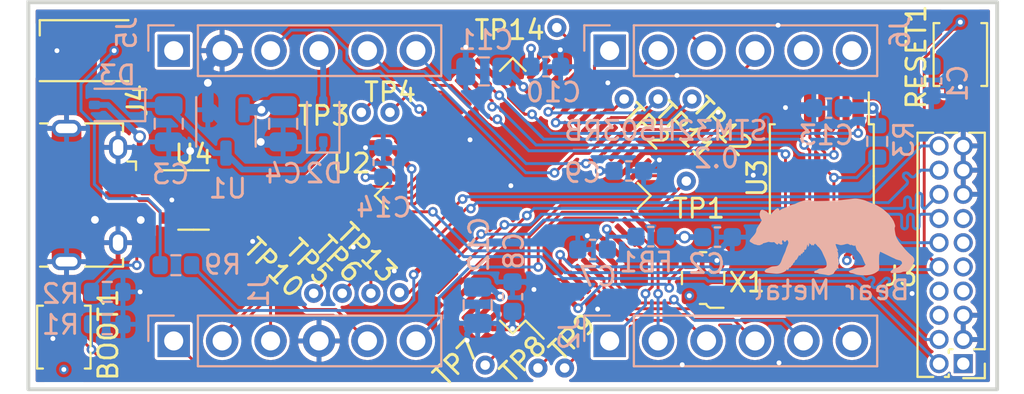
<source format=kicad_pcb>
(kicad_pcb (version 20221018) (generator pcbnew)
  (layers (0 "F.Cu" signal) (1 "In1.Cu" power) (2 "In2.Cu" power) (31 "B.Cu" signal) (34 "B.Paste" user) (36 "B.SilkS" user "B.Silkscreen") (37 "F.SilkS" user "F.Silkscreen") (38 "B.Mask" user) (39 "F.Mask" user) (44 "Edge.Cuts" user))
  (net 0 "")
  (net 1 "GND")
  (net 2 "/VDDA")
  (net 3 "+3.3V")
  (net 4 "/PA9_TXD")
  (net 5 "/PA10_RXD")
  (net 6 "/nRESET")
  (net 7 "Net-(D1-A)")
  (net 8 "Net-(C11-Pad1)")
  (net 9 "Net-(C12-Pad1)")
  (net 10 "/SWDIO")
  (net 11 "/SWCLK")
  (net 17 "/TRACECK")
  (net 19 "/TRACED0")
  (net 20 "/TRACED1")
  (net 21 "/TRACED2")
  (net 22 "/TRACED3")
  (net 23 "Net-(J4-ID)")
  (net 24 "/PC13")
  (net 25 "/SPI1_SCK")
  (net 26 "/SPI1_NSS")
  (net 27 "/SPI1_MISO")
  (net 28 "/SPI1_MOSI")
  (net 29 "/DAC_OUT1")
  (net 30 "/DAC_OUT2")
  (net 31 "/ADC_INP3")
  (net 32 "/OPAMP_VOUT")
  (net 33 "/ADC_INP4")
  (net 34 "/OPAMP_VINM")
  (net 35 "/OPAMP_VINP")
  (net 36 "/ADC_INP5")
  (net 37 "/PB2")
  (net 38 "/I3C2_SCL")
  (net 39 "/SPI2_NSS")
  (net 40 "/SPI2_SCK")
  (net 41 "/SPI2_MISO")
  (net 42 "/SPI2_MOSI")
  (net 43 "/PA15_RXD2")
  (net 44 "/PC10")
  (net 45 "/PB4_TXD2")
  (net 46 "/SW1")
  (net 47 "/I2C1_SCL")
  (net 48 "/I2C1_SDA")
  (net 49 "/NHOLD")
  (net 50 "/PC14")
  (net 51 "/PC15")
  (net 52 "/I2C2_SCL")
  (net 53 "/I2C2_SDA")
  (net 54 "/I3C2_SDA")
  (net 55 "/PA0")
  (net 56 "/PA1")
  (net 57 "/PA2")
  (net 58 "Net-(J4-D-)")
  (net 59 "Net-(J4-D+)")
  (net 60 "/PA3")
  (net 61 "/PA8")
  (net 62 "/USB_N")
  (net 63 "/USB_P")
  (net 64 "/LED")
  (net 65 "/VBUS")
  (net 66 "/5VIN")
  (net 67 "/VINunused")
  (net 68 "/PH1")
  (net 69 "/CLK_8")
  (net 70 "Net-(D2-K)")
  (footprint "BearMetal:TestPoint_THTPad_D1.0mm_Drill0.5mm_min" (layer "F.Cu") (at 83.5 51.5)
    (fp_text reference "TP3")
    (fp_text value "TestPoint" hide)
  )
  (footprint "Button_Switch_SMD:SW_SPST_B3U-1000P" (layer "F.Cu") (at 67.9 63.3 90)
    (fp_text reference "BOOT1")
    (fp_text value "SW_Push")
  )
  (footprint "Connector_PinHeader_1.27mm:PinHeader_2x10_P1.27mm_Vertical" (layer "F.Cu") (at 115.062 64.6938 180)
    (fp_text reference "J3")
    (fp_text value "Conn_02x10_Odd_Even")
  )
  (footprint "BearMetal:TestPoint_THTPad_D1.0mm_Drill0.5mm_min" (layer "F.Cu") (at 89.9922 64.77)
    (fp_text reference "TP7")
    (fp_text value "TestPoint" hide)
  )
  (footprint "BearMetal:TestPoint_THTPad_D1.0mm_Drill0.5mm_min" (layer "F.Cu") (at 93.75 47.05)
    (fp_text reference "TP14")
    (fp_text value "TestPoint" hide)
  )
  (footprint "Package_TO_SOT_SMD:SOT-23-6" (layer "F.Cu") (at 74.7 56.1)
    (fp_text reference "U4")
    (fp_text value "WE-TVS-82400102")
  )
  (footprint "BearMetal:TestPoint_THTPad_D1.0mm_Drill0.5mm_min" (layer "F.Cu") (at 94.1578 64.9224)
    (fp_text reference "TP9")
    (fp_text value "TestPoint" hide)
  )
  (footprint "Connector_USB:USB_Micro-B_Amphenol_10118194_Horizontal" (layer "F.Cu") (at 69.342 55.84 -90)
    (fp_text reference "J4")
    (fp_text value "USB_B_Micro" hide)
  )
  (footprint "BearMetal:TestPoint_THTPad_D1.0mm_Drill0.5mm_min" (layer "F.Cu") (at 84 61)
    (fp_text reference "TP6")
    (fp_text value "TestPoint" hide)
  )
  (footprint "Button_Switch_SMD:SW_SPST_B3U-1000P" (layer "F.Cu") (at 114.9096 48.4632 -90)
    (fp_text reference "RESET1")
    (fp_text value "SW_Push")
  )
  (footprint "Oscillator:Oscillator_SMD_ECS_2520MV-xxx-xx-4Pin_2.5x2.0mm" (layer "F.Cu") (at 101.42 60.2 180)
    (fp_text reference "X1")
    (fp_text value "ECS-2520MV-080-CN")
  )
  (footprint "BearMetal:TestPoint_THTPad_D1.0mm_Drill0.5mm_min" (layer "F.Cu") (at 100.838 50.8)
    (fp_text reference "TP11")
    (fp_text value "TestPoint" hide)
  )
  (footprint "Package_QFP:LQFP-64_10x10mm_P0.5mm" (layer "F.Cu") (at 91.44 55.88 135)
    (fp_text reference "U2")
    (fp_text value "STM32H503RBTx")
  )
  (footprint "BearMetal:TestPoint_THTPad_D1.0mm_Drill0.5mm_min" (layer "F.Cu") (at 82.5 61)
    (fp_text reference "TP5")
    (fp_text value "TestPoint" hide)
  )
  (footprint "BearMetal:TestPoint_THTPad_D1.0mm_Drill0.5mm_min" (layer "F.Cu") (at 92.7608 64.9224)
    (fp_text reference "TP8")
    (fp_text value "TestPoint" hide)
  )
  (footprint "Package_SO:SOIC-8_5.23x5.23mm_P1.27mm" (layer "F.Cu") (at 107.645 54.85 -90)
    (fp_text reference "U3")
    (fp_text value "W25Q128JVS")
  )
  (footprint "BearMetal:TestPoint_THTPad_D1.0mm_Drill0.5mm_min" (layer "F.Cu") (at 99.06 50.8)
    (fp_text reference "TP12")
    (fp_text value "TestPoint" hide)
  )
  (footprint "BearMetal:TestPoint_THTPad_D1.0mm_Drill0.5mm_min" (layer "F.Cu") (at 85 51.5)
    (fp_text reference "TP4")
    (fp_text value "TestPoint" hide)
  )
  (footprint "LED_SMD:LED_PLCC-2_3.4x3.0mm_KA" (layer "F.Cu") (at 69.0372 48.26)
    (fp_text reference "D1" hide)
    (fp_text value "LED")
  )
  (footprint "BearMetal:TestPoint_THTPad_D1.0mm_Drill0.5mm_min" (layer "F.Cu") (at 100.54 55.11)
    (fp_text reference "TP1")
    (fp_text value "TestPoint" hide)
  )
  (footprint "BearMetal:TestPoint_THTPad_D1.0mm_Drill0.5mm_min" (layer "F.Cu") (at 85.5 60.96)
    (fp_text reference "TP13")
    (fp_text value "TestPoint" hide)
  )
  (footprint "BearMetal:TestPoint_THTPad_D1.0mm_Drill0.5mm_min" (layer "F.Cu") (at 97.282 50.8)
    (fp_text reference "TP2")
    (fp_text value "TestPoint" hide)
  )
  (footprint "BearMetal:TestPoint_THTPad_D1.0mm_Drill0.5mm_min" (layer "F.Cu") (at 81 61)
    (fp_text reference "TP10")
    (fp_text value "TestPoint" hide)
  )
  (footprint "Capacitor_SMD:C_0603_1608Metric" (layer "B.Cu") (at 93.175 49.1)
    (fp_text reference "C10")
    (fp_text value ".1uf")
  )
  (footprint "Package_TO_SOT_SMD:SOT-23-3" (layer "B.Cu") (at 76.4 52.5 -90)
    (fp_text reference "U1")
    (fp_text value "XC6206P332MR")
  )
  (footprint "Capacitor_SMD:C_0603_1608Metric" (layer "B.Cu") (at 84.65 54.125 90)
    (fp_text reference "C14")
    (fp_text value ".1uf")
  )
  (footprint "Resistor_SMD:R_0603_1608Metric" (layer "B.Cu") (at 70.175 62.625)
    (fp_text reference "R1")
    (fp_text value "10K")
  )
  (footprint "Capacitor_SMD:C_0603_1608Metric" (layer "B.Cu") (at 113.4 49.85 -90)
    (fp_text reference "C1")
    (fp_text value ".1uf")
  )
  (footprint "Capacitor_SMD:C_0603_1608Metric" (layer "B.Cu") (at 97.525 54.575)
    (fp_text reference "C9")
    (fp_text value ".1uf")
  )
  (footprint "Resistor_SMD:R_0603_1608Metric" (layer "B.Cu") (at 70.175 60.925 180)
    (fp_text reference "R2")
    (fp_text value "10K")
  )
  (footprint "BearMetal:PinHeader_1x06_P2.54mm_Vertical__min" (layer "B.Cu") (at 73.66 63.5 -90)
    (fp_text reference "J1")
    (fp_text value "Conn_01x06_Pin")
  )
  (footprint "Capacitor_SMD:C_0603_1608Metric" (layer "B.Cu") (at 98.675 58.025 180)
    (fp_text reference "FB1")
    (fp_text value "~")
  )
  (footprint "BearMetal:PinHeader_1x06_P2.54mm_Vertical__min" (layer "B.Cu") (at 96.52 63.5 -90)
    (fp_text reference "J2")
    (fp_text value "Conn_01x06_Pin")
  )
  (footprint "Diode_SMD:D_SOD-323" (layer "B.Cu") (at 81.5 52 90)
    (fp_text reference "D2")
    (fp_text value "1N5819WS")
  )
  (footprint "BearMetal:BearMetalneg0.3" (layer "B.Cu") (at 108.157809 58.041404 180)
    (fp_text reference "G***" hide)
    (fp_text value "LOGO" hide)
  )
  (footprint "BearMetal:PinHeader_1x06_P2.54mm_Vertical__min" (layer "B.Cu") (at 96.52 48.26 -90)
    (fp_text reference "J6")
    (fp_text value "Conn_01x06_Pin")
  )
  (footprint "BearMetal:PinHeader_1x06_P2.54mm_Vertical__min" (layer "B.Cu") (at 73.66 48.26 -90)
    (fp_text reference "J5")
    (fp_text value "Conn_01x06_Pin")
  )
  (footprint "Capacitor_SMD:C_0805_2012Metric" (layer "B.Cu") (at 89.925 49.35 180)
    (fp_text reference "C11")
    (fp_text value "2.2uf")
  )
  (footprint "Resistor_SMD:R_0603_1608Metric" (layer "B.Cu") (at 73.775 59.525)
    (fp_text reference "R9")
    (fp_text value "150")
  )
  (footprint "Capacitor_SMD:C_0603_1608Metric" (layer "B.Cu") (at 91.425 61.175 90)
    (fp_text reference "C8")
    (fp_text value ".1uf")
  )
  (footprint "Capacitor_SMD:C_0603_1608Metric" (layer "B.Cu") (at 95.625 58.7 180)
    (fp_text reference "C7")
    (fp_text value ".1uf")
  )
  (footprint "Capacitor_SMD:C_0805_2012Metric" (layer "B.Cu") (at 89.6 61.625 -90)
    (fp_text reference "C12")
    (fp_text value "2.2uf")
  )
  (footprint "Capacitor_SMD:C_0805_2012Metric" (layer "B.Cu") (at 73.4 52.1 -90)
    (fp_text reference "C3")
    (fp_text value "1uf")
  )
  (footprint "Resistor_SMD:R_0603_1608Metric" (layer "B.Cu") (at 110.55 53.025 -90)
    (fp_text reference "R3")
    (fp_text value "10K")
  )
  (footprint "Capacitor_SMD:C_0805_2012Metric" (layer "B.Cu") (at 79.4 52.1 -90)
    (fp_text reference "C4")
    (fp_text value "1uf")
  )
  (footprint "Diode_SMD:D_SOD-323" (layer "B.Cu") (at 70.5575 51.11 180)
    (fp_text reference "D3")
    (fp_text value "1N5819WS")
  )
  (footprint "Capacitor_SMD:C_0603_1608Metric" (layer "B.Cu") (at 102.175 58.05)
    (fp_text reference "C2")
    (fp_text value ".1uf")
  )
  (footprint "Capacitor_SMD:C_0603_1608Metric" (layer "B.Cu") (at 108 51.275 180)
    (fp_text reference "C13")
    (fp_text value ".1uf")
  )
  (gr_rect (start 66.04 45.72) (end 116.84 66.04) (stroke (width 0.2)) (fill none) (layer "Edge.Cuts"))
  (gr_text "0.2" (at 103.4 54.5) (layer "B.SilkS") (effects (font (size 1 1)) (justify left bottom mirror)))
  (gr_text "STM32H503RB" (at 104.9 53.05) (layer "B.SilkS") (effects (font (size 1 1)) (justify left bottom mirror)))
  (gr_text "Bear Metal" (at 112.34 61.42) (layer "B.SilkS") (effects (font (size 1 1)) (justify left bottom mirror)))
  (segment (start 89.725266 62.190928) (end 89.151011 62.765183) (width 0.3048) (layer "F.Cu") (net 1))
  (segment (start 69.5298 57.14) (end 70.742 57.14) (width 0.3048) (layer "F.Cu") (net 1))
  (segment (start 95.35 57.975) (end 95.954424 57.975) (width 0.2032) (layer "F.Cu") (net 1))
  (segment (start 93.93337 48.790436) (end 93.154734 49.569072) (width 0.30226) (layer "F.Cu") (net 1))
  (segment (start 96.121173 58.141749) (end 96.176623 58.141749) (width 0.2032) (layer "F.Cu") (net 1))
  (segment (start 83.7184 53.3524) (end 84.316206 53.3524) (width 0.2794) (layer "F.Cu") (net 1))
  (segment (start 84.316206 53.3524) (end 85.129072 54.165266) (width 0.2794) (layer "F.Cu") (net 1))
  (segment (start 93.93337 48.215199) (end 93.93337 48.790436) (width 0.3048) (layer "F.Cu") (net 1))
  (segment (start 99.094848 54.000078) (end 98.698481 53.603711) (width 0.2794) (layer "F.Cu") (net 1))
  (segment (start 71.9328 57.15) (end 71.9228 57.14) (width 0.3048) (layer "F.Cu") (net 1))
  (segment (start 98.698481 53.603711) (end 98.312483 53.603711) (width 0.2794) (layer "F.Cu") (net 1))
  (segment (start 89.725266 62.190928) (end 89.18 62.736194) (width 0.30226) (layer "F.Cu") (net 1))
  (segment (start 71.9228 57.14) (end 70.742 57.14) (width 0.3048) (layer "F.Cu") (net 1))
  (segment (start 95.954424 57.975) (end 96.121173 58.141749) (width 0.2032) (layer "F.Cu") (net 1))
  (segment (start 89.05 62.866194) (end 89.05 63.475) (width 0.3048) (layer "F.Cu") (net 1))
  (segment (start 99.127218 54.000078) (end 99.094848 54.000078) (width 0.2794) (layer "F.Cu") (net 1))
  (segment (start 96.176623 58.141749) (end 96.690268 58.655394) (width 0.2032) (layer "F.Cu") (net 1))
  (segment (start 89.151011 62.765183) (end 89.05 62.866194) (width 0.3048) (layer "F.Cu") (net 1))
  (segment (start 68.042 52.34) (end 68.042 59.34) (width 0.6096) (layer "F.Cu") (net 1))
  (segment (start 98.312483 53.603711) (end 97.750928 54.165266) (width 0.2794) (layer "F.Cu") (net 1))
  (via (at 95.35 57.975) (size 0.508) (drill 0.254) (layers "F.Cu" "B.Cu") (net 1))
  (via (at 83.075 58.575) (size 0.508) (drill 0.254) (layers "F.Cu" "B.Cu") (net 1))
  (via (at 89.2 52.94) (size 0.508) (drill 0.254) (layers "F.Cu" "B.Cu") (net 1))
  (via (at 75.45 49.95) (size 0.7112) (drill 0.4064) (layers "F.Cu" "B.Cu") (net 1))
  (via (at 67.325 63.375) (size 0.508) (drill 0.254) (layers "F.Cu" "B.Cu") (net 1))
  (via (at 95.89 61.83) (size 0.508) (drill 0.254) (layers "F.Cu" "B.Cu") (net 1))
  (via (at 112.38 61.01) (size 0.508) (drill 0.254) (layers "F.Cu" "B.Cu") (net 1))
  (via (at 102.21 51.49) (size 0.508) (drill 0.254) (layers "F.Cu" "B.Cu") (net 1))
  (via (at 92.55 60.8) (size 0.508) (drill 0.254) (layers "F.Cu" "B.Cu") (net 1))
  (via (at 88.975 48.075) (size 0.508) (drill 0.254) (layers "F.Cu" "B.Cu") (net 1))
  (via (at 77.8 58.275) (size 0.508) (drill 0.254) (layers "F.Cu" "B.Cu") (net 1))
  (via (at 71.9328 57.15) (size 0.6604) (drill 0.4064) (layers "F.Cu" "B.Cu") (net 1))
  (via (at 104.05 54.8) (size 0.508) (drill 0.254) (layers "F.Cu" "B.Cu") (net 1))
  (via (at 89.05 63.475) (size 0.508) (drill 0.254) (layers "F.Cu" "B.Cu") (net 1))
  (via (at 67.5372 48.26) (size 0.508) (drill 0.254) (layers "F.Cu" "B.Cu") (net 1))
  (via (at 105.74 51.25) (size 0.508) (drill 0.254) (layers "F.Cu" "B.Cu") (net 1))
  (via (at 91.34 55.35) (size 0.508) (drill 0.254) (layers "F.Cu" "B.Cu") (net 1))
  (via (at 69.5298 57.14) (size 0.6604) (drill 0.4064) (layers "F.Cu" "B.Cu") (net 1))
  (via (at 83.7184 53.3524) (size 0.508) (drill 0.254) (layers "F.Cu" "B.Cu") (net 1))
  (via (at 71.9 60.925) (size 0.508) (drill 0.254) (layers "F.Cu" "B.Cu") (net 1))
  (via (at 102.145 59.275) (size 0.508) (drill 0.254) (layers "F.Cu" "B.Cu") (net 1))
  (via (at 93.93337 48.215199) (size 0.508) (drill 0.254) (layers "F.Cu" "B.Cu") (net 1))
  (via (at 99.127218 54.000078) (size 0.508) (drill 0.254) (layers "F.Cu" "B.Cu") (net 1))
  (via (at 100.325 64.75) (size 0.508) (drill 0.254) (layers "F.Cu" "B.Cu") (net 1))
  (via (at 105.35 46.925) (size 0.508) (drill 0.254) (layers "F.Cu" "B.Cu") (net 1))
  (via (at 100.05 49.56) (size 0.508) (drill 0.254) (layers "F.Cu" "B.Cu") (net 1))
  (via (at 85.225 59.825) (size 0.508) (drill 0.254) (layers "F.Cu" "B.Cu") (net 1))
  (via (at 114.9096 50.1632) (size 0.508) (drill 0.254) (layers "F.Cu" "B.Cu") (net 1))
  (via (at 78.225 53.05) (size 0.7112) (drill 0.4064) (layers "F.Cu" "B.Cu") (net 1))
  (via (at 96.425 49.95) (size 0.508) (drill 0.254) (layers "F.Cu" "B.Cu") (net 1))
  (via (at 74.525 53.525) (size 0.6604) (drill 0.4064) (layers "F.Cu" "B.Cu") (net 1))
  (via (at 73.5625 56.1) (size 0.508) (drill 0.254) (layers "F.Cu" "B.Cu") (net 1))
  (via (at 105.4 64.65) (size 0.508) (drill 0.254) (layers "F.Cu" "B.Cu") (net 1))
  (segment (start 105.765 51.275) (end 105.74 51.25) (width 0.3048) (layer "B.Cu") (net 1))
  (segment (start 89.05 63.125) (end 89.6 62.575) (width 0.3048) (layer "B.Cu") (net 1))
  (segment (start 113.4 50.625) (end 113.8618 50.1632) (width 0.152451) (layer "B.Cu") (net 1))
  (segment (start 99.127218 54.000078) (end 98.552296 54.575) (width 0.2794) (layer "B.Cu") (net 1))
  (segment (start 78.225 53.05) (end 79.4 53.05) (width 0.6096) (layer "B.Cu") (net 1))
  (segment (start 77.35 53.05) (end 75.6625 51.3625) (width 0.6096) (layer "B.Cu") (net 1))
  (segment (start 71 60.925) (end 71.9 60.925) (width 0.152451) (layer "B.Cu") (net 1))
  (segment (start 107.225 51.275) (end 105.765 51.275) (width 0.6096) (layer "B.Cu") (net 1))
  (segment (start 89.05 63.475) (end 89.05 63.125) (width 0.3048) (layer "B.Cu") (net 1))
  (segment (start 83.7184 53.3524) (end 84.6476 53.3524) (width 0.2794) (layer "B.Cu") (net 1))
  (segment (start 92.15 60.4) (end 91.425 60.4) (width 0.3048) (layer "B.Cu") (net 1))
  (segment (start 113.8618 50.1632) (end 114.9096 50.1632) (width 0.152451) (layer "B.Cu") (net 1))
  (segment (start 102.145 59.275) (end 102.145 58.855) (width 0.3048) (layer "B.Cu") (net 1))
  (segment (start 75.45 49.01) (end 76.2 48.26) (width 0.6096) (layer "B.Cu") (net 1))
  (segment (start 88.975 49.35) (end 88.975 48.075) (width 0.3048) (layer "B.Cu") (net 1))
  (segment (start 98.552296 54.575) (end 98.3 54.575) (width 0.2794) (layer "B.Cu") (net 1))
  (segment (start 93.95 48.231829) (end 93.93337 48.215199) (width 0.3048) (layer "B.Cu") (net 1))
  (segment (start 95.35 58.2) (end 94.85 58.7) (width 0.2032) (layer "B.Cu") (net 1))
  (segment (start 75.45 49.95) (end 75.45 49.01) (width 0.6096) (layer "B.Cu") (net 1))
  (segment (start 84.6476 53.3524) (end 84.65 53.35) (width 0.2794) (layer "B.Cu") (net 1))
  (segment (start 74.05 53.05) (end 73.4 53.05) (width 0.6096) (layer "B.Cu") (net 1))
  (segment (start 74.525 53.525) (end 74.05 53.05) (width 0.6096) (layer "B.Cu") (net 1))
  (segment (start 92.55 60.8) (end 92.15 60.4) (width 0.3048) (layer "B.Cu") (net 1))
  (segment (start 93.95 49.1) (end 93.95 48.231829) (width 0.3048) (layer "B.Cu") (net 1))
  (segment (start 75.45 49.95) (end 75.45 51.3625) (width 0.6096) (layer "B.Cu") (net 1))
  (segment (start 102.145 58.855) (end 102.95 58.05) (width 0.3048) (layer "B.Cu") (net 1))
  (segment (start 78.225 53.05) (end 77.35 53.05) (width 0.6096) (layer "B.Cu") (net 1))
  (segment (start 95.35 57.975) (end 95.35 58.2) (width 0.2032) (layer "B.Cu") (net 1))
  (segment (start 75.6625 51.3625) (end 75.45 51.3625) (width 0.6096) (layer "B.Cu") (net 1))
  (segment (start 71 62.625) (end 71 60.925) (width 0.152451) (layer "B.Cu") (net 1))
  (segment (start 96.375229 57.633249) (end 97.043821 58.301841) (width 0.2032) (layer "F.Cu") (net 2))
  (segment (start 96.371314 57.633249) (end 96.375229 57.633249) (width 0.2032) (layer "F.Cu") (net 2))
  (via (at 96.371314 57.633249) (size 0.508) (drill 0.254) (layers "F.Cu" "B.Cu") (net 2))
  (segment (start 96.371314 57.633249) (end 96.4 57.661935) (width 0.2032) (layer "B.Cu") (net 2))
  (segment (start 96.4 57.661935) (end 96.4 58.7) (width 0.2032) (layer "B.Cu") (net 2))
  (segment (start 96.4 58.025) (end 97.9 58.025) (width 0.2032) (layer "B.Cu") (net 2))
  (segment (start 84.391938 54.9024) (end 83.7184 54.9024) (width 0.2794) (layer "F.Cu") (net 3))
  (segment (start 90.078819 62.544481) (end 90.386338 62.852) (width 0.2794) (layer "F.Cu") (net 3))
  (segment (start 90.386338 62.852) (end 92.493662 62.852) (width 0.2794) (layer "F.Cu") (net 3))
  (segment (start 96.6442 54.575) (end 97.397375 53.821825) (width 0.2794) (layer "F.Cu") (net 3))
  (segment (start 102.145 61.125) (end 100.695 61.125) (width 0.152451) (layer "F.Cu") (net 3))
  (segment (start 108.95747 59.04253) (end 109.55 58.45) (width 0.3048) (layer "F.Cu") (net 3))
  (segment (start 92.493662 62.852) (end 92.801181 62.544481) (width 0.2794) (layer "F.Cu") (net 3))
  (segment (start 84.775519 54.518819) (end 84.391938 54.9024) (width 0.2794) (layer "F.Cu") (net 3))
  (segment (start 92.4 48.15) (end 92.4 48.814338) (width 0.3048) (layer "F.Cu") (net 3))
  (segment (start 92.4 48.814338) (end 92.801181 49.215519) (width 0.3048) (layer "F.Cu") (net 3))
  (segment (start 96 54.575) (end 96.6442 54.575) (width 0.2794) (layer "F.Cu") (net 3))
  (segment (start 108.95747 59.2755) (end 108.95747 59.04253) (width 0.3048) (layer "F.Cu") (net 3))
  (via (at 83.7184 54.9024) (size 0.508) (drill 0.254) (layers "F.Cu" "B.Cu") (net 3))
  (via (at 91.425 62.852) (size 0.508) (drill 0.254) (layers "F.Cu" "B.Cu") (net 3))
  (via (at 100.695 61.125) (size 0.508) (drill 0.254) (layers "F.Cu" "B.Cu") (net 3))
  (via (at 78.2625 51.3625) (size 0.7112) (drill 0.4064) (layers "F.Cu" "B.Cu") (net 3))
  (via (at 108.95747 59.2755) (size 0.508) (drill 0.254) (layers "F.Cu" "B.Cu") (net 3))
  (via (at 96 54.575) (size 0.508) (drill 0.254) (layers "F.Cu" "B.Cu") (net 3))
  (via (at 67.9 65) (size 0.508) (drill 0.254) (layers "F.Cu" "B.Cu") (net 3))
  (via (at 110.325 51.275) (size 0.508) (drill 0.254) (layers "F.Cu" "B.Cu") (net 3))
  (via (at 92.4 48.15) (size 0.508) (drill 0.254) (layers "F.Cu" "B.Cu") (net 3))
  (via (at 100.45 58.05) (size 0.6604) (drill 0.4064) (layers "F.Cu" "B.Cu") (net 3))
  (segment (start 100.45 58.05) (end 99.475 58.05) (width 0.3048) (layer "B.Cu") (net 3))
  (segment (start 100.45 58.05) (end 101.4 58.05) (width 0.3048) (layer "B.Cu") (net 3))
  (segment (start 96 54.575) (end 96.75 54.575) (width 0.2794) (layer "B.Cu") (net 3))
  (segment (start 110.55 52.2) (end 110.55 51.5) (width 0.152425) (layer "B.Cu") (net 3))
  (segment (start 78.2625 51.3625) (end 77.35 51.3625) (width 0.6096) (layer "B.Cu") (net 3))
  (segment (start 84.6476 54.9024) (end 84.65 54.9) (width 0.2794) (layer "B.Cu") (net 3))
  (segment (start 78.475 51.15) (end 79.4 51.15) (width 0.6096) (layer "B.Cu") (net 3))
  (segment (start 92.4 49.1) (end 92.4 48.15) (width 0.3048) (layer "B.Cu") (net 3))
  (segment (start 108.775 51.275) (end 110.325 51.275) (width 0.6096) (layer "B.Cu") (net 3))
  (segment (start 83.7184 54.9024) (end 84.6476 54.9024) (width 0.2794) (layer "B.Cu") (net 3))
  (segment (start 78.2625 51.3625) (end 78.475 51.15) (width 0.6096) (layer "B.Cu") (net 3))
  (segment (start 110.55 51.5) (end 110.325 51.275) (width 0.152425) (layer "B.Cu") (net 3))
  (segment (start 91.425 62.852) (end 91.425 61.95) (width 0.3048) (layer "B.Cu") (net 3))
  (segment (start 76.81 64.69) (end 74.85 64.69) (width 0.152451) (layer "F.Cu") (net 4))
  (segment (start 86.025894 55.690298) (end 84.147454 55.690298) (width 0.152451) (layer "F.Cu") (net 4))
  (segment (start 86.896839 52.397499) (end 87.394919 52.895579) (width 0.152451) (layer "F.Cu") (net 4))
  (segment (start 74.85 64.69) (end 73.66 63.5) (width 0.152451) (layer "F.Cu") (net 4))
  (segment (start 87.394919 52.895579) (end 87.394919 54.321273) (width 0.152451) (layer "F.Cu") (net 4))
  (segment (start 87.394919 54.321273) (end 86.025894 55.690298) (width 0.152451) (layer "F.Cu") (net 4))
  (segment (start 84.147454 55.690298) (end 77.51 62.327752) (width 0.152451) (layer "F.Cu") (net 4))
  (segment (start 77.51 62.327752) (end 77.51 63.99) (width 0.152451) (layer "F.Cu") (net 4))
  (segment (start 77.51 63.99) (end 76.81 64.69) (width 0.152451) (layer "F.Cu") (net 4))
  (segment (start 85.899621 55.385447) (end 84.02118 55.385448) (width 0.152451) (layer "F.Cu") (net 5))
  (segment (start 87.041365 53.249131) (end 87.041365 54.243703) (width 0.152451) (layer "F.Cu") (net 5))
  (segment (start 84.02118 55.385448) (end 76.26312 63.143508) (width 0.152451) (layer "F.Cu") (net 5))
  (segment (start 87.041365 54.243703) (end 85.899621 55.385447) (width 0.152451) (layer "F.Cu") (net 5))
  (segment (start 86.543286 52.751052) (end 87.041365 53.249131) (width 0.152451) (layer "F.Cu") (net 5))
  (segment (start 93.924646 59.425306) (end 94.922501 60.423161) (width 0.152451) (layer "F.Cu") (net 6))
  (segment (start 93.924646 58.975353) (end 93.924646 59.425306) (width 0.152451) (layer "F.Cu") (net 6))
  (segment (start 113.015775 58.837575) (end 113.792 59.6138) (width 0.152451) (layer "F.Cu") (net 6))
  (segment (start 113.015775 48.657025) (end 113.015775 58.837575) (width 0.152451) (layer "F.Cu") (net 6))
  (segment (start 114.9096 46.7632) (end 113.015775 48.657025) (width 0.152451) (layer "F.Cu") (net 6))
  (via (at 93.924646 58.975353) (size 0.508) (drill 0.254) (layers "F.Cu" "B.Cu") (net 6))
  (via (at 114.9096 46.7632) (size 0.508) (drill 0.254) (layers "F.Cu" "B.Cu") (net 6))
  (segment (start 101.797912 59.610447) (end 101.94509 59.757625) (width 0.152451) (layer "B.Cu") (net 6))
  (segment (start 101.94509 59.757625) (end 109.595341 59.757625) (width 0.152451) (layer "B.Cu") (net 6))
  (segment (start 109.595341 59.757625) (end 109.59595 59.757016) (width 0.152451) (layer "B.Cu") (net 6))
  (segment (start 113.4 48.2) (end 113.4 49.075) (width 0.152451) (layer "B.Cu") (net 6))
  (segment (start 109.59595 59.757016) (end 113.648784 59.757016) (width 0.152451) (layer "B.Cu") (net 6))
  (segment (start 94.55974 59.610447) (end 101.797912 59.610447) (width 0.152451) (layer "B.Cu") (net 6))
  (segment (start 93.924646 58.975353) (end 94.55974 59.610447) (width 0.152451) (layer "B.Cu") (net 6))
  (segment (start 114.8368 46.7632) (end 113.4 48.2) (width 0.152451) (layer "B.Cu") (net 6))
  (segment (start 113.648784 59.757016) (end 113.792 59.6138) (width 0.152451) (layer "B.Cu") (net 6))
  (segment (start 114.9096 46.7632) (end 114.8368 46.7632) (width 0.152451) (layer "B.Cu") (net 6))
  (via (at 70.5372 48.26) (size 0.508) (drill 0.254) (layers "F.Cu" "B.Cu") (net 7))
  (segment (start 70.25 56.025) (end 69.5 55.275) (width 0.152451) (layer "B.Cu") (net 7))
  (segment (start 69.5 55.275) (end 69.5 52.115) (width 0.152451) (layer "B.Cu") (net 7))
  (segment (start 69.5 52.115) (end 68.8 51.415) (width 0.152451) (layer "B.Cu") (net 7))
  (segment (start 72.95 56.675) (end 72.3 56.025) (width 0.152451) (layer "B.Cu") (net 7))
  (segment (start 72.95 59.525) (end 72.95 56.675) (width 0.152451) (layer "B.Cu") (net 7))
  (segment (start 68.8 51.415) (end 68.8 49.9972) (width 0.152451) (layer "B.Cu") (net 7))
  (segment (start 68.8 49.9972) (end 70.5372 48.26) (width 0.152451) (layer "B.Cu") (net 7))
  (segment (start 72.3 56.025) (end 70.25 56.025) (width 0.152451) (layer "B.Cu") (net 7))
  (segment (start 92.330824 50.49561) (end 92.935302 50.49561) (width 0.30226) (layer "F.Cu") (net 8))
  (segment (start 91.993196 50.157982) (end 92.330824 50.49561) (width 0.30226) (layer "F.Cu") (net 8))
  (segment (start 92.935302 50.49561) (end 93.508287 49.922625) (width 0.30226) (layer "F.Cu") (net 8))
  (via (at 91.993196 50.157982) (size 0.508) (drill 0.254) (layers "F.Cu" "B.Cu") (net 8))
  (segment (start 91.185214 49.35) (end 90.875 49.35) (width 0.3048) (layer "B.Cu") (net 8))
  (segment (start 91.993196 50.157982) (end 91.185214 49.35) (width 0.3048) (layer "B.Cu") (net 8))
  (segment (start 90.034088 61.175) (end 90.775 61.175) (width 0.3048) (layer "F.Cu") (net 9))
  (segment (start 89.371713 61.837375) (end 90.034088 61.175) (width 0.30226) (layer "F.Cu") (net 9))
  (via (at 90.775 61.175) (size 0.508) (drill 0.254) (layers "F.Cu" "B.Cu") (net 9))
  (segment (start 90.775 61.175) (end 90.275 60.675) (width 0.3048) (layer "B.Cu") (net 9))
  (segment (start 90.275 60.675) (end 89.6 60.675) (width 0.3048) (layer "B.Cu") (net 9))
  (segment (start 86.136722 54.46581) (end 85.482625 53.811713) (width 0.152451) (layer "F.Cu") (net 10))
  (segment (start 86.136723 54.46581) (end 86.136722 54.46581) (width 0.152451) (layer "F.Cu") (net 10))
  (via (at 86.136723 54.46581) (size 0.508) (drill 0.254) (layers "F.Cu" "B.Cu") (net 10))
  (segment (start 92.911192 59.074851) (end 88.874851 59.074851) (width 0.152451) (layer "B.Cu") (net 10))
  (segment (start 101.692544 60.367327) (end 101.545366 60.220149) (width 0.152451) (layer "B.Cu") (net 10))
  (segment (start 88.874851 59.074851) (end 86.136723 56.336723) (width 0.152451) (layer "B.Cu") (net 10))
  (segment (start 86.136723 56.336723) (end 86.136723 54.46581) (width 0.152451) (layer "B.Cu") (net 10))
  (segment (start 101.545366 60.220149) (end 94.05649 60.220149) (width 0.152451) (layer "B.Cu") (net 10))
  (segment (start 109.465527 60.367327) (end 101.692544 60.367327) (width 0.152451) (layer "B.Cu") (net 10))
  (segment (start 113.792 64.6938) (end 109.465527 60.367327) (width 0.152451) (layer "B.Cu") (net 10))
  (segment (start 94.05649 60.220149) (end 92.911192 59.074851) (width 0.152451) (layer "B.Cu") (net 10))
  (segment (start 85.2967 56.72) (end 84.775519 57.241181) (width 0.152451) (layer "F.Cu") (net 11))
  (segment (start 87.25 56.72) (end 85.2967 56.72) (width 0.152451) (layer "F.Cu") (net 11))
  (via (at 87.25 56.72) (size 0.508) (drill 0.254) (layers "F.Cu" "B.Cu") (net 11))
  (segment (start 101.818817 60.062476) (end 109.722476 60.062476) (width 0.152451) (layer "B.Cu") (net 11))
  (segment (start 110.101424 60.225) (end 110.101425 60.224999) (width 0.15367) (layer "B.Cu") (net 11))
  (segment (start 111.160865 60.464104) (end 111.160864 60.464105) (width 0.15367) (layer "B.Cu") (net 11))
  (segment (start 101.671639 59.915298) (end 101.818817 60.062476) (width 0.152451) (layer "B.Cu") (net 11))
  (segment (start 110.944441 60.24768) (end 110.534272 60.657848) (width 0.15367) (layer "B.Cu") (net 11))
  (segment (start 89.3 58.77) (end 93.037465 58.77) (width 0.152451) (layer "B.Cu") (net 11))
  (segment (start 110.317847 60.441423) (end 110.339075 60.420198) (width 0.15367) (layer "B.Cu") (net 11))
  (segment (start 110.534272 60.657848) (end 110.534273 60.657847) (width 0.15367) (layer "B.Cu") (net 11))
  (segment (start 94.182763 59.915298) (end 101.671639 59.915298) (width 0.152451) (layer "B.Cu") (net 11))
  (segment (start 113.0838 63.4238) (end 113.792 63.4238) (width 0.152451) (layer "B.Cu") (net 11))
  (segment (start 110.317848 60.657848) (end 110.317847 60.657847) (width 0.15367) (layer "B.Cu") (net 11))
  (segment (start 87.25 56.72) (end 89.3 58.77) (width 0.152451) (layer "B.Cu") (net 11))
  (segment (start 110.122651 60.203774) (end 110.101424 60.225) (width 0.15367) (layer "B.Cu") (net 11))
  (segment (start 110.750695 60.874271) (end 111.160865 60.464104) (width 0.15367) (layer "B.Cu") (net 11))
  (segment (start 93.037465 58.77) (end 94.182763 59.915298) (width 0.152451) (layer "B.Cu") (net 11))
  (segment (start 110.339075 60.420198) (end 110.339074 60.420199) (width 0.15367) (layer "B.Cu") (net 11))
  (segment (start 113.0838 63.4238) (end 110.750695 61.090695) (width 0.15367) (layer "B.Cu") (net 11))
  (segment (start 109.885 60.225) (end 109.722476 60.062476) (width 0.15367) (layer "B.Cu") (net 11))
  (arc (start 110.101425 60.224999) (mid 109.993213 60.269823) (end 109.885 60.225) (width 0.15367) (layer "B.Cu") (net 11))
  (arc (start 111.160864 60.464105) (mid 111.205688 60.355893) (end 111.160865 60.24768) (width 0.15367) (layer "B.Cu") (net 11))
  (arc (start 110.317847 60.657847) (mid 110.273025 60.549636) (end 110.317847 60.441423) (width 0.15367) (layer "B.Cu") (net 11))
  (arc (start 110.339075 60.203774) (mid 110.230862 60.15895) (end 110.122651 60.203774) (width 0.15367) (layer "B.Cu") (net 11))
  (arc (start 110.750695 61.090695) (mid 110.705873 60.982484) (end 110.750695 60.874271) (width 0.15367) (layer "B.Cu") (net 11))
  (arc (start 110.534273 60.657847) (mid 110.426061 60.702671) (end 110.317848 60.657848) (width 0.15367) (layer "B.Cu") (net 11))
  (arc (start 110.339074 60.420199) (mid 110.383898 60.311987) (end 110.339075 60.203774) (width 0.15367) (layer "B.Cu") (net 11))
  (arc (start 111.160865 60.24768) (mid 111.052652 60.202856) (end 110.944441 60.24768) (width 0.15367) (layer "B.Cu") (net 11))
  (segment (start 89.781777 57.891777) (end 87.603946 60.069608) (width 0.152451) (layer "F.Cu") (net 17))
  (via (at 89.781777 57.891777) (size 0.508) (drill 0.254) (layers "F.Cu" "B.Cu") (net 17))
  (segment (start 92.321261 57.891777) (end 93.061914 57.151124) (width 0.152451) (layer "B.Cu") (net 17))
  (segment (start 110.525554 58.07113) (end 110.915561 57.681122) (width 0.152451) (layer "B.Cu") (net 17))
  (segment (start 93.061914 57.151124) (end 110.601124 57.151124) (width 0.152451) (layer "B.Cu") (net 17))
  (segment (start 110.915561 57.681122) (end 111.132255 57.464424) (width 0.152451) (layer "B.Cu") (net 17))
  (segment (start 111.347819 57.679988) (end 111.346683 57.681121) (width 0.152451) (layer "B.Cu") (net 17))
  (segment (start 111.7938 58.3438) (end 113.792 58.3438) (width 0.152451) (layer "B.Cu") (net 17))
  (segment (start 110.699999 57.465561) (end 110.7 57.465561) (width 0.152451) (layer "B.Cu") (net 17))
  (segment (start 110.601124 57.151124) (end 110.7 57.25) (width 0.152451) (layer "B.Cu") (net 17))
  (segment (start 111.346683 57.896683) (end 111.7938 58.3438) (width 0.152451) (layer "B.Cu") (net 17))
  (segment (start 111.346682 57.896682) (end 111.346683 57.896683) (width 0.152451) (layer "B.Cu") (net 17))
  (segment (start 89.781777 57.891777) (end 92.321261 57.891777) (width 0.152451) (layer "B.Cu") (net 17))
  (segment (start 110.7 57.465561) (end 110.309992 57.855568) (width 0.152451) (layer "B.Cu") (net 17))
  (arc (start 111.347819 57.464426) (mid 111.392462 57.572206) (end 111.347819 57.679988) (width 0.152451) (layer "B.Cu") (net 17))
  (arc (start 110.309992 57.855568) (mid 110.265348 57.963349) (end 110.309992 58.07113) (width 0.152451) (layer "B.Cu") (net 17))
  (arc (start 111.346683 57.681121) (mid 111.302039 57.788902) (end 111.346682 57.896682) (width 0.152451) (layer "B.Cu") (net 17))
  (arc (start 110.309992 58.07113) (mid 110.417773 58.115774) (end 110.525554 58.07113) (width 0.152451) (layer "B.Cu") (net 17))
  (arc (start 110.7 57.25) (mid 110.744644 57.357781) (end 110.699999 57.465561) (width 0.152451) (layer "B.Cu") (net 17))
  (arc (start 111.132255 57.464424) (mid 111.240037 57.419781) (end 111.347819 57.464426) (width 0.152451) (layer "B.Cu") (net 17))
  (segment (start 91.002969 57.402969) (end 90.977691 57.402969) (width 0.152451) (layer "F.Cu") (net 19))
  (segment (start 90.977691 57.402969) (end 87.957499 60.423161) (width 0.152451) (layer "F.Cu") (net 19))
  (via (at 91.002969 57.402969) (size 0.508) (drill 0.254) (layers "F.Cu" "B.Cu") (net 19))
  (segment (start 112.747575 56.998698) (end 112.747575 57.466711) (width 0.152451) (layer "B.Cu") (net 19))
  (segment (start 92.935641 56.846273) (end 92.378945 57.402969) (width 0.152451) (layer "B.Cu") (net 19))
  (segment (start 111.833022 57.466724) (end 111.833022 56.998698) (width 0.152451) (layer "B.Cu") (net 19))
  (segment (start 112.442724 57.466711) (end 112.442724 56.998698) (width 0.152451) (layer "B.Cu") (net 19))
  (segment (start 111.680597 56.846273) (end 111.680596 56.846273) (width 0.152451) (layer "B.Cu") (net 19))
  (segment (start 113.682753 56.964553) (end 113.564473 56.846273) (width 0.152451) (layer "B.Cu") (net 19))
  (segment (start 92.378945 57.402969) (end 91.002969 57.402969) (width 0.152451) (layer "B.Cu") (net 19))
  (segment (start 112.59515 57.619136) (end 112.595149 57.619136) (width 0.152451) (layer "B.Cu") (net 19))
  (segment (start 111.680596 56.846273) (end 92.935641 56.846273) (width 0.152451) (layer "B.Cu") (net 19))
  (segment (start 112.290299 56.846273) (end 112.290298 56.846273) (width 0.152451) (layer "B.Cu") (net 19))
  (segment (start 111.985448 57.619149) (end 111.985447 57.619149) (width 0.152451) (layer "B.Cu") (net 19))
  (segment (start 113.564473 56.846273) (end 112.9 56.846273) (width 0.152451) (layer "B.Cu") (net 19))
  (segment (start 112.137873 56.998698) (end 112.137873 57.466724) (width 0.152451) (layer "B.Cu") (net 19))
  (arc (start 112.595149 57.619136) (mid 112.487368 57.574492) (end 112.442724 57.466711) (width 0.152451) (layer "B.Cu") (net 19))
  (arc (start 112.442724 56.998698) (mid 112.39808 56.890917) (end 112.290299 56.846273) (width 0.152451) (layer "B.Cu") (net 19))
  (arc (start 112.747575 57.466711) (mid 112.702931 57.574492) (end 112.59515 57.619136) (width 0.152451) (layer "B.Cu") (net 19))
  (arc (start 112.9 56.846273) (mid 112.792219 56.890917) (end 112.747575 56.998698) (width 0.152451) (layer "B.Cu") (net 19))
  (arc (start 111.985447 57.619149) (mid 111.877666 57.574505) (end 111.833022 57.466724) (width 0.152451) (layer "B.Cu") (net 19))
  (arc (start 112.137873 57.466724) (mid 112.093229 57.574505) (end 111.985448 57.619149) (width 0.152451) (layer "B.Cu") (net 19))
  (arc (start 112.290298 56.846273) (mid 112.182517 56.890917) (end 112.137873 56.998698) (width 0.152451) (layer "B.Cu") (net 19))
  (arc (start 111.833022 56.998698) (mid 111.788378 56.890917) (end 111.680597 56.846273) (width 0.152451) (layer "B.Cu") (net 19))
  (segment (start 92.168387 56.919379) (end 88.311052 60.776714) (width 0.152451) (layer "F.Cu") (net 20))
  (segment (start 92.18 56.919379) (end 92.168387 56.919379) (width 0.152451) (layer "F.Cu") (net 20))
  (via (at 92.18 56.919379) (size 0.508) (drill 0.254) (layers "F.Cu" "B.Cu") (net 20))
  (segment (start 112.139826 55.939771) (end 112.139825 55.939771) (width 0.152451) (layer "B.Cu") (net 20))
  (segment (start 113.792 55.8038) (end 113.054378 56.541422) (width 0.152451) (layer "B.Cu") (net 20))
  (segment (start 111.834975 56.541422) (end 111.834974 56.541422) (width 0.152451) (layer "B.Cu") (net 20))
  (segment (start 112.597102 55.892209) (end 112.597102 56.388997) (width 0.152451) (layer "B.Cu") (net 20))
  (segment (start 112.444677 56.541422) (end 112.444676 56.541422) (width 0.152451) (layer "B.Cu") (net 20))
  (segment (start 111.834974 56.541422) (end 92.557957 56.541422) (width 0.152451) (layer "B.Cu") (net 20))
  (segment (start 111.9874 56.092196) (end 111.9874 56.388997) (width 0.152451) (layer "B.Cu") (net 20))
  (segment (start 112.749528 55.739784) (end 112.749527 55.739784) (width 0.152451) (layer "B.Cu") (net 20))
  (segment (start 92.557957 56.541422) (end 92.18 56.919379) (width 0.152451) (layer "B.Cu") (net 20))
  (segment (start 112.901953 56.388997) (end 112.901953 55.892209) (width 0.152451) (layer "B.Cu") (net 20))
  (segment (start 112.292251 56.388997) (end 112.292251 56.092196) (width 0.152451) (layer "B.Cu") (net 20))
  (arc (start 112.139825 55.939771) (mid 112.032044 55.984415) (end 111.9874 56.092196) (width 0.152451) (layer "B.Cu") (net 20))
  (arc (start 113.054378 56.541422) (mid 112.946597 56.496778) (end 112.901953 56.388997) (width 0.152451) (layer "B.Cu") (net 20))
  (arc (start 112.292251 56.092196) (mid 112.247607 55.984415) (end 112.139826 55.939771) (width 0.152451) (layer "B.Cu") (net 20))
  (arc (start 111.9874 56.388997) (mid 111.942756 56.496778) (end 111.834975 56.541422) (width 0.152451) (layer "B.Cu") (net 20))
  (arc (start 112.597102 56.388997) (mid 112.552458 56.496778) (end 112.444677 56.541422) (width 0.152451) (layer "B.Cu") (net 20))
  (arc (start 112.901953 55.892209) (mid 112.857309 55.784428) (end 112.749528 55.739784) (width 0.152451) (layer "B.Cu") (net 20))
  (arc (start 112.749527 55.739784) (mid 112.641746 55.784428) (end 112.597102 55.892209) (width 0.152451) (layer "B.Cu") (net 20))
  (arc (start 112.444676 56.541422) (mid 112.336895 56.496778) (end 112.292251 56.388997) (width 0.152451) (layer "B.Cu") (net 20))
  (segment (start 89.002035 56.550199) (end 86.543286 59.008948) (width 0.152451) (layer "F.Cu") (net 21))
  (segment (start 89.240432 56.550199) (end 89.002035 56.550199) (width 0.152451) (layer "F.Cu") (net 21))
  (via (at 89.240432 56.550199) (size 0.508) (drill 0.254) (layers "F.Cu" "B.Cu") (net 21))
  (segment (start 111.961776 54.7179) (end 111.961775 54.7179) (width 0.152451) (layer "B.Cu") (net 21))
  (segment (start 89.55406 56.236571) (end 89.240432 56.550199) (width 0.152451) (layer "B.Cu") (net 21))
  (segment (start 111.138429 56.236571) (end 89.55406 56.236571) (width 0.152451) (layer "B.Cu") (net 21))
  (segment (start 112.309438 54.85) (end 112.177338 54.7179) (width 0.152451) (layer "B.Cu") (net 21))
  (segment (start 112.093874 55.281123) (end 112.093875 55.281124) (width 0.152451) (layer "B.Cu") (net 21))
  (segment (start 111.961775 54.933462) (end 112.093874 55.065561) (width 0.152451) (layer "B.Cu") (net 21))
  (segment (start 112.8412 54.5338) (end 112.525 54.85) (width 0.152451) (layer "B.Cu") (net 21))
  (segment (start 112.093875 55.281124) (end 111.138429 56.236571) (width 0.152451) (layer "B.Cu") (net 21))
  (segment (start 113.792 54.5338) (end 112.8412 54.5338) (width 0.152451) (layer "B.Cu") (net 21))
  (arc (start 112.093874 55.065561) (mid 112.138518 55.173342) (end 112.093874 55.281123) (width 0.152451) (layer "B.Cu") (net 21))
  (arc (start 112.177338 54.7179) (mid 112.069557 54.673256) (end 111.961776 54.7179) (width 0.152451) (layer "B.Cu") (net 21))
  (arc (start 111.961775 54.7179) (mid 111.917131 54.825681) (end 111.961775 54.933462) (width 0.152451) (layer "B.Cu") (net 21))
  (arc (start 112.525 54.85) (mid 112.417219 54.894644) (end 112.309438 54.85) (width 0.152451) (layer "B.Cu") (net 21))
  (segment (start 88.81 56.05) (end 88.795126 56.05) (width 0.152451) (layer "F.Cu") (net 22))
  (segment (start 88.795126 56.05) (end 86.189732 58.655394) (width 0.152451) (layer "F.Cu") (net 22))
  (via (at 88.81 56.05) (size 0.508) (drill 0.254) (layers "F.Cu" "B.Cu") (net 22))
  (segment (start 110.19328 55.93172) (end 88.92828 55.93172) (width 0.152451) (layer "B.Cu") (net 22))
  (segment (start 88.92828 55.93172) (end 88.81 56.05) (width 0.152451) (layer "B.Cu") (net 22))
  (segment (start 113.792 53.2638) (end 112.8612 53.2638) (width 0.152451) (layer "B.Cu") (net 22))
  (segment (start 112.8612 53.2638) (end 110.19328 55.93172) (width 0.152451) (layer "B.Cu") (net 22))
  (segment (start 72.491625 57.916625) (end 72.491625 56.85121) (width 0.152451) (layer "F.Cu") (net 23))
  (segment (start 72.130415 56.49) (end 70.742 56.49) (width 0.152451) (layer "F.Cu") (net 23))
  (segment (start 71.725 59.525) (end 71.725 58.68325) (width 0.152451) (layer "F.Cu") (net 23))
  (segment (start 71.725 58.68325) (end 72.491625 57.916625) (width 0.152451) (layer "F.Cu") (net 23))
  (segment (start 72.491625 56.85121) (end 72.130415 56.49) (width 0.152451) (layer "F.Cu") (net 23))
  (via (at 71.725 59.525) (size 0.508) (drill 0.254) (layers "F.Cu" "B.Cu") (net 23))
  (segment (start 70.55 59.525) (end 69.35 60.725) (width 0.152451) (layer "B.Cu") (net 23))
  (segment (start 71.725 59.525) (end 70.55 59.525) (width 0.152451) (layer "B.Cu") (net 23))
  (segment (start 69.35 60.725) (end 69.35 60.925) (width 0.152451) (layer "B.Cu") (net 23))
  (segment (start 93.292 63.68) (end 93.779949 63.192051) (width 0.152451) (layer "F.Cu") (net 24))
  (segment (start 91.0822 63.68) (end 89.9922 64.77) (width 0.152451) (layer "F.Cu") (net 24))
  (segment (start 93.779949 63.192051) (end 93.779949 62.816143) (width 0.152451) (layer "F.Cu") (net 24))
  (segment (start 93.779949 62.816143) (end 93.154734 62.190928) (width 0.152451) (layer "F.Cu") (net 24))
  (segment (start 93.292 63.68) (end 91.0822 63.68) (width 0.152451) (layer "F.Cu") (net 24))
  (segment (start 100.521375 62.421375) (end 101.6 63.5) (width 0.152451) (layer "F.Cu") (net 25))
  (segment (start 97.473742 62.421375) (end 100.521375 62.421375) (width 0.152451) (layer "F.Cu") (net 25))
  (segment (start 95.914995 60.708549) (end 95.914997 60.86263) (width 0.152451) (layer "F.Cu") (net 25))
  (segment (start 95.276054 60.069608) (end 95.914995 60.708549) (width 0.152451) (layer "F.Cu") (net 25))
  (segment (start 95.914997 60.86263) (end 97.473742 62.421375) (width 0.152451) (layer "F.Cu") (net 25))
  (segment (start 96.219847 60.736356) (end 97.600015 62.116524) (width 0.152451) (layer "F.Cu") (net 26))
  (segment (start 100.891124 62.36) (end 103 62.36) (width 0.152451) (layer "F.Cu") (net 26))
  (segment (start 103 62.36) (end 104.14 63.5) (width 0.152451) (layer "F.Cu") (net 26))
  (segment (start 96.219846 60.306292) (end 96.219847 60.736356) (width 0.152451) (layer "F.Cu") (net 26))
  (segment (start 100.647649 62.116525) (end 100.891124 62.36) (width 0.152451) (layer "F.Cu") (net 26))
  (segment (start 97.600015 62.116524) (end 100.647649 62.116525) (width 0.152451) (layer "F.Cu") (net 26))
  (segment (start 95.629608 59.716054) (end 96.219846 60.306292) (width 0.152451) (layer "F.Cu") (net 26))
  (segment (start 101.017397 62.055149) (end 107.775149 62.055149) (width 0.152451) (layer "F.Cu") (net 27))
  (segment (start 95.983161 59.362501) (end 96.524697 59.904037) (width 0.152451) (layer "F.Cu") (net 27))
  (segment (start 96.524697 60.610082) (end 97.726288 61.811673) (width 0.152451) (layer "F.Cu") (net 27))
  (segment (start 100.773923 61.811675) (end 101.017397 62.055149) (width 0.152451) (layer "F.Cu") (net 27))
  (segment (start 97.726288 61.811673) (end 100.773923 61.811675) (width 0.152451) (layer "F.Cu") (net 27))
  (segment (start 107.775149 62.055149) (end 109.22 63.5) (width 0.152451) (layer "F.Cu") (net 27))
  (segment (start 96.524697 59.904037) (end 96.524697 60.610082) (width 0.152451) (layer "F.Cu") (net 27))
  (segment (start 99.8891 61.329548) (end 99.711825 61.506823) (width 0.152451) (layer "F.Cu") (net 28))
  (segment (start 97.852561 61.506822) (end 96.834794 60.489055) (width 0.152451) (layer "F.Cu") (net 28))
  (segment (start 96.834794 59.507028) (end 96.336714 59.008948) (width 0.152451) (layer "F.Cu") (net 28))
  (segment (start 99.711825 61.506823) (end 97.852561 61.506822) (width 0.152451) (layer "F.Cu") (net 28))
  (segment (start 96.834794 60.489055) (end 96.834794 59.507028) (width 0.152451) (layer "F.Cu") (net 28))
  (via (at 99.8891 61.329548) (size 0.508) (drill 0.254) (layers "F.Cu" "B.Cu") (net 28))
  (segment (start 105.601375 62.421375) (end 106.68 63.5) (width 0.152451) (layer "B.Cu") (net 28))
  (segment (start 100.980927 62.421375) (end 105.601375 62.421375) (width 0.152451) (layer "B.Cu") (net 28))
  (segment (start 99.8891 61.329548) (end 100.980927 62.421375) (width 0.152451) (layer "B.Cu") (net 28))
  (segment (start 98.10198 52.4) (end 97.043821 53.458159) (width 0.152451) (layer "F.Cu") (net 29))
  (segment (start 100.43 52.4) (end 98.10198 52.4) (width 0.152451) (layer "F.Cu") (net 29))
  (segment (start 104.14 48.69) (end 100.43 52.4) (width 0.152451) (layer "F.Cu") (net 29))
  (segment (start 95.460936 54.004942) (end 95.789932 54.004942) (width 0.152451) (layer "F.Cu") (net 30))
  (segment (start 95.789932 54.004942) (end 96.690268 53.104606) (width 0.152451) (layer "F.Cu") (net 30))
  (segment (start 95.2754 54.190478) (end 95.460936 54.004942) (width 0.152451) (layer "F.Cu") (net 30))
  (via (at 95.2754 54.190478) (size 0.508) (drill 0.254) (layers "F.Cu" "B.Cu") (net 30))
  (segment (start 95.2754 54.190478) (end 92.140568 54.190478) (width 0.152451) (layer "B.Cu") (net 30))
  (segment (start 92.140568 54.190478) (end 86.36 48.40991) (width 0.152451) (layer "B.Cu") (net 30))
  (segment (start 95.435275 53.652491) (end 96.336714 52.751052) (width 0.152451) (layer "F.Cu") (net 31))
  (segment (start 93.63 54.672603) (end 93.640483 54.672603) (width 0.152451) (layer "F.Cu") (net 31))
  (segment (start 94.660595 53.652491) (end 95.435275 53.652491) (width 0.152451) (layer "F.Cu") (net 31))
  (segment (start 93.640483 54.672603) (end 94.660595 53.652491) (width 0.152451) (layer "F.Cu") (net 31))
  (via (at 93.63 54.672603) (size 0.508) (drill 0.254) (layers "F.Cu" "B.Cu") (net 31))
  (segment (start 93.63 54.672603) (end 92.124253 54.672603) (width 0.152451) (layer "B.Cu") (net 31))
  (segment (start 84.91 49.35) (end 83.82 48.26) (width 0.152451) (layer "B.Cu") (net 31))
  (segment (start 92.124253 54.672603) (end 86.80165 49.35) (width 0.152451) (layer "B.Cu") (net 31))
  (segment (start 86.80165 49.35) (end 84.91 49.35) (width 0.152451) (layer "B.Cu") (net 31))
  (segment (start 98.21 49.11) (end 98.21 51.06) (width 0.152451) (layer "F.Cu") (net 32))
  (segment (start 99.06 48.26) (end 98.21 49.11) (width 0.152451) (layer "F.Cu") (net 32))
  (segment (start 98.21 51.06) (end 97.5 51.77) (width 0.152451) (layer "F.Cu") (net 32))
  (segment (start 97.5 51.77) (end 96.61066 51.77) (width 0.152451) (layer "F.Cu") (net 32))
  (segment (start 96.61066 51.77) (end 95.983161 52.397499) (width 0.152451) (layer "F.Cu") (net 32))
  (segment (start 96.7232 51.3588) (end 96.314754 51.3588) (width 0.152451) (layer "F.Cu") (net 33))
  (segment (start 97.282 50.8) (end 96.7232 51.3588) (width 0.152451) (layer "F.Cu") (net 33))
  (segment (start 96.314754 51.3588) (end 95.629608 52.043946) (width 0.152451) (layer "F.Cu") (net 33))
  (segment (start 95.725432 49.054568) (end 96.52 48.26) (width 0.152451) (layer "F.Cu") (net 34))
  (segment (start 95.276054 51.690392) (end 95.774134 51.192312) (width 0.152451) (layer "F.Cu") (net 34))
  (segment (start 95.774134 50.769132) (end 95.725432 50.72043) (width 0.152451) (layer "F.Cu") (net 34))
  (segment (start 95.725432 50.72043) (end 95.725432 49.054568) (width 0.152451) (layer "F.Cu") (net 34))
  (segment (start 95.774134 51.192312) (end 95.774134 50.769132) (width 0.152451) (layer "F.Cu") (net 34))
  (segment (start 95.420581 47.202169) (end 95.420581 50.838759) (width 0.152451) (layer "F.Cu") (net 35))
  (segment (start 100.37 47.03) (end 95.59275 47.03) (width 0.152451) (layer "F.Cu") (net 35))
  (segment (start 95.420581 50.838759) (end 94.922501 51.336839) (width 0.152451) (layer "F.Cu") (net 35))
  (segment (start 101.6 48.26) (end 100.37 47.03) (width 0.152451) (layer "F.Cu") (net 35))
  (segment (start 95.59275 47.03) (end 95.420581 47.202169) (width 0.152451) (layer "F.Cu") (net 35))
  (segment (start 93.69 51.862234) (end 94.568948 50.983286) (width 0.152451) (layer "F.Cu") (net 36))
  (segment (start 93.69 52.04) (end 93.69 51.862234) (width 0.152451) (layer "F.Cu") (net 36))
  (via (at 93.69 52.04) (size 0.508) (drill 0.254) (layers "F.Cu" "B.Cu") (net 36))
  (segment (start 99.598 52.04) (end 100.838 50.8) (width 0.152451) (layer "B.Cu") (net 36))
  (segment (start 93.69 52.04) (end 99.598 52.04) (width 0.152451) (layer "B.Cu") (net 36))
  (segment (start 93.371426 51.4737) (end 94.215394 50.629732) (width 0.152451) (layer "F.Cu") (net 37))
  (segment (start 93.299418 51.4737) (end 93.371426 51.4737) (width 0.152451) (layer "F.Cu") (net 37))
  (via (at 93.299418 51.4737) (size 0.508) (drill 0.254) (layers "F.Cu" "B.Cu") (net 37))
  (segment (start 93.354343 51.528625) (end 98.331375 51.528625) (width 0.152451) (layer "B.Cu") (net 37))
  (segment (start 98.331375 51.528625) (end 99.06 50.8) (width 0.152451) (layer "B.Cu") (net 37))
  (segment (start 93.299418 51.4737) (end 93.354343 51.528625) (width 0.152451) (layer "B.Cu") (net 37))
  (segment (start 93.861841 50.276179) (end 94.775 49.36302) (width 0.152451) (layer "F.Cu") (net 38))
  (segment (start 94.775 49.36302) (end 94.775 48.075) (width 0.152451) (layer "F.Cu") (net 38))
  (segment (start 94.775 48.075) (end 93.75 47.05) (width 0.152451) (layer "F.Cu") (net 38))
  (segment (start 109.55 51.25) (end 109.55 52.59) (width 0.152451) (layer "F.Cu") (net 39))
  (segment (start 92.450345 51.599655) (end 92.074655 51.599655) (width 0.152451) (layer "F.Cu") (net 39))
  (segment (start 91.214063 50.739063) (end 91.214063 50.370863) (width 0.152451) (layer "F.Cu") (net 39))
  (segment (start 92.074655 51.599655) (end 91.214063 50.739063) (width 0.152451) (layer "F.Cu") (net 39))
  (segment (start 91.214063 50.370863) (end 90.078819 49.235619) (width 0.152451) (layer "F.Cu") (net 39))
  (via (at 92.450345 51.599655) (size 0.508) (drill 0.254) (layers "F.Cu" "B.Cu") (net 39))
  (via (at 109.55 52.59) (size 0.508) (drill 0.254) (layers "F.Cu" "B.Cu") (net 39))
  (segment (start 104.69515 51.743876) (end 104.695149 51.743876) (width 0.152451) (layer "B.Cu") (net 39))
  (segment (start 104.390298 52.6034) (end 93.45409 52.6034) (width 0.152451) (layer "B.Cu") (net 39))
  (segment (start 109.55 52.59) (end 109.5366 52.6034) (width 0.152451) (layer "B.Cu") (net 39))
  (segment (start 109.5366 52.6034) (end 105 52.6034) (width 0.152451) (layer "B.Cu") (net 39))
  (segment (start 104.847575 52.450975) (end 104.847575 51.896301) (width 0.152451) (layer "B.Cu") (net 39))
  (segment (start 93.45409 52.6034) (end 92.450345 51.599655) (width 0.152451) (layer "B.Cu") (net 39))
  (segment (start 104.390299 52.6034) (end 104.390298 52.6034) (width 0.152451) (layer "B.Cu") (net 39))
  (segment (start 104.542724 51.896301) (end 104.542724 52.450975) (width 0.152451) (layer "B.Cu") (net 39))
  (arc (start 104.695149 51.743876) (mid 104.587368 51.78852) (end 104.542724 51.896301) (width 0.152451) (layer "B.Cu") (net 39))
  (arc (start 104.847575 51.896301) (mid 104.802931 51.78852) (end 104.69515 51.743876) (width 0.152451) (layer "B.Cu") (net 39))
  (arc (start 105 52.6034) (mid 104.892219 52.558756) (end 104.847575 52.450975) (width 0.152451) (layer "B.Cu") (net 39))
  (arc (start 104.542724 52.450975) (mid 104.49808 52.558756) (end 104.390299 52.6034) (width 0.152451) (layer "B.Cu") (net 39))
  (segment (start 107.01 53.5) (end 107.01 58.45) (width 0.152451) (layer "F.Cu") (net 40))
  (segment (start 106.72 53.21) (end 107.01 53.5) (width 0.152451) (layer "F.Cu") (net 40))
  (segment (start 90.578283 50.477444) (end 90.267685 50.166846) (width 0.152451) (layer "F.Cu") (net 40))
  (segment (start 90.267685 50.111491) (end 89.725266 49.569072) (width 0.152451) (layer "F.Cu") (net 40))
  (segment (start 90.605119 50.477444) (end 90.578283 50.477444) (width 0.152451) (layer "F.Cu") (net 40))
  (segment (start 90.731438 50.603763) (end 90.605119 50.477444) (width 0.152451) (layer "F.Cu") (net 40))
  (segment (start 90.267685 50.166846) (end 90.267685 50.111491) (width 0.152451) (layer "F.Cu") (net 40))
  (via (at 90.731438 50.603763) (size 0.508) (drill 0.254) (layers "F.Cu" "B.Cu") (net 40))
  (via (at 106.72 53.21) (size 0.508) (drill 0.254) (layers "F.Cu" "B.Cu") (net 40))
  (segment (start 90.759957 50.603763) (end 90.731438 50.603763) (width 0.152451) (layer "B.Cu") (net 40))
  (segment (start 93.064445 52.908251) (end 90.759957 50.603763) (width 0.152451) (layer "B.Cu") (net 40))
  (segment (start 106.418251 52.908251) (end 93.064445 52.908251) (width 0.152451) (layer "B.Cu") (net 40))
  (segment (start 106.72 53.21) (end 106.418251 52.908251) (width 0.152451) (layer "B.Cu") (net 40))
  (segment (start 107.927763 52.777276) (end 108.127575 52.777276) (width 0.152451) (layer "F.Cu") (net 41))
  (segment (start 107.775338 52.62485) (end 107.775338 52.624851) (width 0.152451) (layer "F.Cu") (net 41))
  (segment (start 108.127575 52.472425) (end 107.927763 52.472425) (width 0.152451) (layer "F.Cu") (net 41))
  (segment (start 108.28 51.25) (end 108.28 52.32) (width 0.152451) (layer "F.Cu") (net 41))
  (segment (start 108.28 52.929702) (end 108.28 53.73) (width 0.152451) (layer "F.Cu") (net 41))
  (segment (start 108.28 52.929701) (end 108.28 52.929702) (width 0.152451) (layer "F.Cu") (net 41))
  (segment (start 90.358939 51.203149) (end 90.358939 50.909851) (width 0.152451) (layer "F.Cu") (net 41))
  (segment (start 90.358939 50.909851) (end 89.371713 49.922625) (width 0.152451) (layer "F.Cu") (net 41))
  (via (at 90.358939 51.203149) (size 0.508) (drill 0.254) (layers "F.Cu" "B.Cu") (net 41))
  (via (at 108.28 53.73) (size 0.508) (drill 0.254) (layers "F.Cu" "B.Cu") (net 41))
  (arc (start 107.927763 52.472425) (mid 107.819982 52.517069) (end 107.775338 52.62485) (width 0.152451) (layer "F.Cu") (net 41))
  (arc (start 108.28 52.32) (mid 108.235356 52.427781) (end 108.127575 52.472425) (width 0.152451) (layer "F.Cu") (net 41))
  (arc (start 108.127575 52.777276) (mid 108.235356 52.82192) (end 108.28 52.929701) (width 0.152451) (layer "F.Cu") (net 41))
  (arc (start 107.775338 52.624851) (mid 107.819982 52.732632) (end 107.927763 52.777276) (width 0.152451) (layer "F.Cu") (net 41))
  (segment (start 105.94041 53.213102) (end 92.66219 53.213102) (width 0.152451) (layer "B.Cu") (net 41))
  (segment (start 108.28 53.73) (end 106.457308 53.73) (width 0.152451) (layer "B.Cu") (net 41))
  (segment (start 92.66219 53.213102) (end 90.652237 51.203149) (width 0.152451) (layer "B.Cu") (net 41))
  (segment (start 106.457308 53.73) (end 105.94041 53.213102) (width 0.152451) (layer "B.Cu") (net 41))
  (segment (start 90.652237 51.203149) (end 90.358939 51.203149) (width 0.152451) (layer "B.Cu") (net 41))
  (segment (start 105.344317 54.827276) (end 105.587575 54.827276) (width 0.152451) (layer "F.Cu") (net 42))
  (segment (start 90.630703 51.863444) (end 90.336699 51.863444) (width 0.152451) (layer "F.Cu") (net 42))
  (segment (start 105.74 54.979701) (end 105.74 54.979702) (width 0.152451) (layer "F.Cu") (net 42))
  (segment (start 105.587575 54.522425) (end 105.344317 54.522425) (width 0.152451) (layer "F.Cu") (net 42))
  (segment (start 90.336699 51.863444) (end 89.876314 51.403059) (width 0.152451) (layer "F.Cu") (net 42))
  (segment (start 105.74 54.979702) (end 105.74 58.45) (width 0.152451) (layer "F.Cu") (net 42))
  (segment (start 105.191892 54.67485) (end 105.191892 54.674851) (width 0.152451) (layer "F.Cu") (net 42))
  (segment (start 105.74 53.695227) (end 105.74 54.37) (width 0.152451) (layer "F.Cu") (net 42))
  (segment (start 89.876314 51.134334) (end 89.018159 50.276179) (width 0.152451) (layer "F.Cu") (net 42))
  (segment (start 89.876314 51.403059) (end 89.876314 51.134334) (width 0.152451) (layer "F.Cu") (net 42))
  (via (at 90.630703 51.863444) (size 0.508) (drill 0.254) (layers "F.Cu" "B.Cu") (net 42))
  (via (at 105.74 53.695227) (size 0.508) (drill 0.254) (layers "F.Cu" "B.Cu") (net 42))
  (arc (start 105.191892 54.674851) (mid 105.236536 54.782632) (end 105.344317 54.827276) (width 0.152451) (layer "F.Cu") (net 42))
  (arc (start 105.587575 54.827276) (mid 105.695356 54.87192) (end 105.74 54.979701) (width 0.152451) (layer "F.Cu") (net 42))
  (arc (start 105.74 54.37) (mid 105.695356 54.477781) (end 105.587575 54.522425) (width 0.152451) (layer "F.Cu") (net 42))
  (arc (start 105.344317 54.522425) (mid 105.236536 54.567069) (end 105.191892 54.67485) (width 0.152451) (layer "F.Cu") (net 42))
  (segment (start 92.285212 53.517953) (end 90.630703 51.863444) (width 0.152451) (layer "B.Cu") (net 42))
  (segment (start 105.74 53.695227) (end 105.562726 53.517953) (width 0.152451) (layer "B.Cu") (net 42))
  (segment (start 105.562726 53.517953) (end 92.285212 53.517953) (width 0.152451) (layer "B.Cu") (net 42))
  (segment (start 82.723806 60) (end 82 60) (width 0.152451) (layer "F.Cu") (net 43))
  (segment (start 85.129072 57.594734) (end 82.723806 60) (width 0.152451) (layer "F.Cu") (net 43))
  (segment (start 82 60) (end 81 61) (width 0.152451) (layer "F.Cu") (net 43))
  (segment (start 85.482625 57.948287) (end 82.5 60.930912) (width 0.152451) (layer "F.Cu") (net 44))
  (segment (start 85.5 60.96) (end 86.006446 60.96) (width 0.152451) (layer "F.Cu") (net 45))
  (segment (start 86.006446 60.96) (end 87.250392 59.716054) (width 0.152451) (layer "F.Cu") (net 45))
  (segment (start 67.9 62.5) (end 67.9 61.6) (width 0.152451) (layer "F.Cu") (net 46))
  (segment (start 69.35 63.95) (end 70.394851 64.994851) (width 0.152451) (layer "F.Cu") (net 46))
  (segment (start 87.7062 63.9572) (end 87.7062 62.79578) (width 0.152451) (layer "F.Cu") (net 46))
  (segment (start 87.7062 62.088674) (end 88.664606 61.130268) (width 0.152451) (layer "F.Cu") (net 46))
  (segment (start 70.394851 64.994851) (end 86.668549 64.994851) (width 0.152451) (layer "F.Cu") (net 46))
  (segment (start 87.7062 62.79578) (end 87.7062 62.088674) (width 0.152451) (layer "F.Cu") (net 46))
  (segment (start 87.7062 62.79578) (end 89.018159 61.483821) (width 0.152451) (layer "F.Cu") (net 46))
  (segment (start 86.668549 64.994851) (end 87.7062 63.9572) (width 0.152451) (layer "F.Cu") (net 46))
  (segment (start 69.35 63.95) (end 67.9 62.5) (width 0.152451) (layer "F.Cu") (net 46))
  (via (at 69.35 63.95) (size 0.508) (drill 0.254) (layers "F.Cu" "B.Cu") (net 46))
  (segment (start 69.35 63.95) (end 69.35 62.625) (width 0.152451) (layer "B.Cu") (net 46))
  (segment (start 80.1 60.6) (end 80.1 61.3) (width 0.152451) (layer "F.Cu") (net 47))
  (segment (start 84.4 56.3) (end 80.1 60.6) (width 0.152451) (layer "F.Cu") (net 47))
  (segment (start 88.455579 54.145545) (end 86.301124 56.3) (width 0.152451) (layer "F.Cu") (net 47))
  (segment (start 87.957499 51.336839) (end 88.455579 51.834919) (width 0.152451) (layer "F.Cu") (net 47))
  (segment (start 80.1 61.3) (end 80.65 61.85) (width 0.152451) (layer "F.Cu") (net 47))
  (segment (start 88.455579 51.834919) (end 88.455579 54.145545) (width 0.152451) (layer "F.Cu") (net 47))
  (segment (start 80.65 61.85) (end 82.17 61.85) (width 0.152451) (layer "F.Cu") (net 47))
  (segment (start 86.301124 56.3) (end 84.4 56.3) (width 0.152451) (layer "F.Cu") (net 47))
  (segment (start 82.17 61.85) (end 83.82 63.5) (width 0.152451) (layer "F.Cu") (net 47))
  (segment (start 87.775596 51.690392) (end 88.150728 52.065524) (width 0.152451) (layer "F.Cu") (net 48))
  (segment (start 84.273727 55.995149) (end 86.174851 55.995149) (width 0.152451) (layer "F.Cu") (net 48))
  (segment (start 78.74 61.528876) (end 84.273727 55.995149) (width 0.152451) (layer "F.Cu") (net 48))
  (segment (start 88.117602 52.204048) (end 87.603946 51.690392) (width 0.152451) (layer "F.Cu") (net 48))
  (segment (start 87.603946 51.690392) (end 87.775596 51.690392) (width 0.152451) (layer "F.Cu") (net 48))
  (segment (start 88.117602 54.052398) (end 88.117602 52.204048) (width 0.152451) (layer "F.Cu") (net 48))
  (segment (start 78.74 63.5) (end 78.74 61.528876) (width 0.152451) (layer "F.Cu") (net 48))
  (segment (start 86.174851 55.995149) (end 88.117602 54.052398) (width 0.152451) (layer "F.Cu") (net 48))
  (segment (start 107.797375 54.442375) (end 107.797375 53.60484) (width 0.152451) (layer "F.Cu") (net 49))
  (segment (start 107.797375 53.60484) (end 107.02 52.827465) (width 0.152451) (layer "F.Cu") (net 49))
  (segment (start 108.28 54.925) (end 107.797375 54.442375) (width 0.152451) (layer "F.Cu") (net 49))
  (segment (start 107.02 52.827465) (end 107.02 51.26) (width 0.152451) (layer "F.Cu") (net 49))
  (segment (start 108.28 54.925) (end 108.28 58.45) (width 0.152451) (layer "F.Cu") (net 49))
  (via (at 108.28 54.925) (size 0.508) (drill 0.254) (layers "F.Cu" "B.Cu") (net 49))
  (segment (start 108.28 54.925) (end 109.475 54.925) (width 0.152425) (layer "B.Cu") (net 49))
  (segment (start 109.475 54.925) (end 110.55 53.85) (width 0.152425) (layer "B.Cu") (net 49))
  (segment (start 92.7608 64.9224) (end 94.1324 63.5508) (width 0.152451) (layer "F.Cu") (net 50))
  (segment (start 94.1324 62.461488) (end 93.508287 61.837375) (width 0.152451) (layer "F.Cu") (net 50))
  (segment (start 94.1324 63.5508) (end 94.1324 62.461488) (width 0.152451) (layer "F.Cu") (net 50))
  (segment (start 94.1578 64.9224) (end 94.632399 64.447801) (width 0.152451) (layer "F.Cu") (net 51))
  (segment (start 94.632399 62.254379) (end 93.861841 61.483821) (width 0.152451) (layer "F.Cu") (net 51))
  (segment (start 94.632399 64.447801) (end 94.632399 62.254379) (width 0.152451) (layer "F.Cu") (net 51))
  (segment (start 84.915947 50.084053) (end 88.118927 50.084053) (width 0.152451) (layer "F.Cu") (net 52))
  (segment (start 88.118927 50.084053) (end 88.664606 50.629732) (width 0.152451) (layer "F.Cu") (net 52))
  (segment (start 83.5 51.5) (end 84.915947 50.084053) (width 0.152451) (layer "F.Cu") (net 52))
  (segment (start 85 51.5) (end 86.062394 50.437606) (width 0.152451) (layer "F.Cu") (net 53))
  (segment (start 87.765372 50.437606) (end 88.311052 50.983286) (width 0.152451) (layer "F.Cu") (net 53))
  (segment (start 86.062394 50.437606) (end 87.765372 50.437606) (width 0.152451) (layer "F.Cu") (net 53))
  (segment (start 84 61) (end 84 60.13802) (width 0.152451) (layer "F.Cu") (net 54))
  (segment (start 84 60.13802) (end 85.836179 58.301841) (width 0.152451) (layer "F.Cu") (net 54))
  (segment (start 98.755149 60.647013) (end 98.755149 59.230149) (width 0.152451) (layer "F.Cu") (net 55))
  (segment (start 98.400097 61.024697) (end 98.400097 61.002065) (width 0.152451) (layer "F.Cu") (net 55))
  (segment (start 98.400097 61.002065) (end 98.755149 60.647013) (width 0.152451) (layer "F.Cu") (net 55))
  (segment (start 98.755149 59.230149) (end 97.473287 57.948287) (width 0.152451) (layer "F.Cu") (net 55))
  (segment (start 97.473287 57.948287) (end 97.397375 57.948287) (width 0.152451) (layer "F.Cu") (net 55))
  (via (at 98.400097 61.024697) (size 0.508) (drill 0.254) (layers "F.Cu" "B.Cu") (net 55))
  (segment (start 98.400097 61.619903) (end 96.52 63.5) (width 0.152451) (layer "B.Cu") (net 55))
  (segment (start 98.400097 61.024697) (end 98.400097 61.619903) (width 0.152451) (layer "B.Cu") (net 55))
  (segment (start 99.06 58.91) (end 97.750928 57.600928) (width 0.152451) (layer "F.Cu") (net 56))
  (segment (start 99.06 61.024697) (end 99.06 58.91) (width 0.152451) (layer "F.Cu") (net 56))
  (via (at 99.06 61.024697) (size 0.508) (drill 0.254) (layers "F.Cu" "B.Cu") (net 56))
  (segment (start 99.06 61.024697) (end 99.06 63.5) (width 0.152451) (layer "B.Cu") (net 56))
  (segment (start 92.773488 59.618976) (end 92.773488 58.001512) (width 0.152451) (layer "F.Cu") (net 57))
  (segment (start 94.031899 56.743101) (end 97.606401 56.743101) (width 0.152451) (layer "F.Cu") (net 57))
  (segment (start 92.773488 58.001512) (end 94.031899 56.743101) (width 0.152451) (layer "F.Cu") (net 57))
  (segment (start 97.606401 56.743101) (end 98.104481 57.241181) (width 0.152451) (layer "F.Cu") (net 57))
  (via (at 92.773488 59.618976) (size 0.508) (drill 0.254) (layers "F.Cu" "B.Cu") (net 57))
  (segment (start 92.773488 59.618976) (end 89.181024 59.618976) (width 0.152451) (layer "B.Cu") (net 57))
  (segment (start 87.575 61.225) (end 87.575 62.285) (width 0.152451) (layer "B.Cu") (net 57))
  (segment (start 89.181024 59.618976) (end 87.575 61.225) (width 0.152451) (layer "B.Cu") (net 57))
  (segment (start 87.575 62.285) (end 86.36 63.5) (width 0.152451) (layer "B.Cu") (net 57))
  (segment (start 72.006291 55.7784) (end 71.417891 55.19) (width 0.152451) (layer "F.Cu") (net 58))
  (segment (start 72.618827 55.7784) (end 72.006291 55.7784) (width 0.152451) (layer "F.Cu") (net 58))
  (segment (start 71.417891 55.19) (end 70.742 55.19) (width 0.152451) (layer "F.Cu") (net 58))
  (segment (start 73.247227 55.15) (end 72.618827 55.7784) (width 0.152451) (layer "F.Cu") (net 58))
  (segment (start 72.328078 56.130851) (end 71.860302 56.130851) (width 0.152451) (layer "F.Cu") (net 59))
  (segment (start 73.247227 57.05) (end 72.328078 56.130851) (width 0.152451) (layer "F.Cu") (net 59))
  (segment (start 71.569451 55.84) (end 70.742 55.84) (width 0.152451) (layer "F.Cu") (net 59))
  (segment (start 71.860302 56.130851) (end 71.569451 55.84) (width 0.152451) (layer "F.Cu") (net 59))
  (segment (start 98.410662 54.825) (end 98.104481 54.518819) (width 0.152451) (layer "F.Cu") (net 60))
  (segment (start 99.725 54.825) (end 98.410662 54.825) (width 0.152451) (layer "F.Cu") (net 60))
  (segment (start 109.22 48.26) (end 107.77 49.71) (width 0.152451) (layer "F.Cu") (net 60))
  (segment (start 104.84 49.71) (end 99.725 54.825) (width 0.152451) (layer "F.Cu") (net 60))
  (segment (start 107.77 49.71) (end 104.84 49.71) (width 0.152451) (layer "F.Cu") (net 60))
  (segment (start 86.533283 51.326836) (end 86.533283 51.326837) (width 0.152451) (layer "F.Cu") (net 61))
  (segment (start 86.533283 51.326837) (end 87.250392 52.043946) (width 0.152451) (layer "F.Cu") (net 61))
  (via (at 86.533283 51.326836) (size 0.508) (drill 0.254) (layers "F.Cu" "B.Cu") (net 61))
  (segment (start 82.741375 48.706782) (end 82.741375 48.195968) (width 0.152451) (layer "B.Cu") (net 61))
  (segment (start 84.467501 49.338625) (end 83.373218 49.338625) (width 0.152451) (layer "B.Cu") (net 61))
  (segment (start 82.741375 48.195968) (end 81.726782 47.181375) (width 0.152451) (layer "B.Cu") (net 61))
  (segment (start 79.818625 47.181375) (end 78.74 48.26) (width 0.152451) (layer "B.Cu") (net 61))
  (segment (start 86.455712 51.326836) (end 84.467501 49.338625) (width 0.152451) (layer "B.Cu") (net 61))
  (segment (start 83.373218 49.338625) (end 82.741375 48.706782) (width 0.152451) (layer "B.Cu") (net 61))
  (segment (start 86.533283 51.326836) (end 86.455712 51.326836) (width 0.152451) (layer "B.Cu") (net 61))
  (segment (start 81.726782 47.181375) (end 79.818625 47.181375) (width 0.152451) (layer "B.Cu") (net 61))
  (segment (start 76.5876 55.15) (end 75.8375 55.15) (width 0.152451) (layer "F.Cu") (net 62))
  (segment (start 80.197476 55.49) (end 76.9276 55.49) (width 0.152451) (layer "F.Cu") (net 62))
  (segment (start 83.261927 52.425549) (end 80.197476 55.49) (width 0.152451) (layer "F.Cu") (net 62))
  (segment (start 76.9276 55.49) (end 76.5876 55.15) (width 0.152451) (layer "F.Cu") (net 62))
  (segment (start 86.189732 53.104606) (end 85.510675 52.425549) (width 0.152451) (layer "F.Cu") (net 62))
  (segment (start 85.510675 52.425549) (end 83.261927 52.425549) (width 0.152451) (layer "F.Cu") (net 62))
  (segment (start 82.714302 53.733296) (end 82.7143 53.733297) (width 0.152451) (layer "F.Cu") (net 63))
  (segment (start 77.407922 55.794851) (end 76.152773 57.05) (width 0.152451) (layer "F.Cu") (net 63))
  (segment (start 85.836179 53.458159) (end 85.10842 52.7304) (width 0.152451) (layer "F.Cu") (net 63))
  (segment (start 80.32375 55.79485) (end 77.407922 55.794851) (width 0.152451) (layer "F.Cu") (net 63))
  (segment (start 85.10842 52.7304) (end 83.3882 52.7304) (width 0.152451) (layer "F.Cu") (net 63))
  (segment (start 82.334241 53.784362) (end 82.334242 53.784362) (width 0.152451) (layer "F.Cu") (net 63))
  (segment (start 82.334242 53.784362) (end 81.99682 54.12178) (width 0.152451) (layer "F.Cu") (net 63))
  (segment (start 82.498739 53.784363) (end 82.498738 53.784363) (width 0.152451) (layer "F.Cu") (net 63))
  (segment (start 81.99682 54.12178) (end 80.32375 55.79485) (width 0.152451) (layer "F.Cu") (net 63))
  (segment (start 82.7143 53.733297) (end 82.663236 53.784362) (width 0.152451) (layer "F.Cu") (net 63))
  (segment (start 82.7143 53.568798) (end 82.714301 53.568799) (width 0.152451) (layer "F.Cu") (net 63))
  (segment (start 83.3882 52.7304) (end 82.7143 53.4043) (width 0.152451) (layer "F.Cu") (net 63))
  (arc (start 82.7143 53.4043) (mid 82.680231 53.486549) (end 82.7143 53.568798) (width 0.152451) (layer "F.Cu") (net 63))
  (arc (start 82.663236 53.784362) (mid 82.580987 53.818432) (end 82.498739 53.784363) (width 0.152451) (layer "F.Cu") (net 63))
  (arc (start 82.714301 53.568799) (mid 82.748369 53.651048) (end 82.714302 53.733296) (width 0.152451) (layer "F.Cu") (net 63))
  (arc (start 82.498738 53.784363) (mid 82.416491 53.750293) (end 82.334241 53.784362) (width 0.152451) (layer "F.Cu") (net 63))
  (segment (start 86.2534 60.0166) (end 86.24274 60.0166) (width 0.152451) (layer "F.Cu") (net 64))
  (segment (start 86.896839 59.373161) (end 86.2534 60.0166) (width 0.152451) (layer "F.Cu") (net 64))
  (via (at 86.24274 60.0166) (size 0.508) (drill 0.254) (layers "F.Cu" "B.Cu") (net 64))
  (segment (start 86.25 61.35) (end 85.7 61.9) (width 0.152451) (layer "B.Cu") (net 64))
  (segment (start 86.25 60.02386) (end 86.25 61.35) (width 0.152451) (layer "B.Cu") (net 64))
  (segment (start 85.7 61.9) (end 76.975 61.9) (width 0.152451) (layer "B.Cu") (net 64))
  (segment (start 86.24274 60.0166) (end 86.25 60.02386) (width 0.152451) (layer "B.Cu") (net 64))
  (segment (start 76.975 61.9) (end 74.6 59.525) (width 0.152451) (layer "B.Cu") (net 64))
  (segment (start 72.55 54.54) (end 71.94 54.54) (width 0.3048) (layer "F.Cu") (net 65))
  (segment (start 74.104501 54.319) (end 72.771 54.319) (width 0.3048) (layer "F.Cu") (net 65))
  (segment (start 72.771 54.319) (end 72.55 54.54) (width 0.3048) (layer "F.Cu") (net 65))
  (segment (start 75.414499 56.1) (end 74.676 55.361501) (width 0.3048) (layer "F.Cu") (net 65))
  (segment (start 71.875 52.775) (end 71.875 54.475) (width 0.3048) (layer "F.Cu") (net 65))
  (segment (start 74.104501 54.319) (end 74.676 54.890499) (width 0.3048) (layer "F.Cu") (net 65))
  (segment (start 74.676 55.361501) (end 74.676 54.890499) (width 0.3048) (layer "F.Cu") (net 65))
  (segment (start 71.94 54.54) (end 70.742 54.54) (width 0.3048) (layer "F.Cu") (net 65))
  (via (at 71.875 52.775) (size 0.6604) (drill 0.4064) (layers "F.Cu" "B.Cu") (net 65))
  (segment (start 70.21 51.11) (end 69.5075 51.11) (width 0.3048) (layer "B.Cu") (net 65))
  (segment (start 71.875 52.775) (end 70.21 51.11) (width 0.3048) (layer "B.Cu") (net 65))
  (segment (start 81.5 50.95) (end 81.5 48.48) (width 0.3048) (layer "B.Cu") (net 66))
  (segment (start 92.290863 59.818886) (end 92.290863 58.039137) (width 0.152451) (layer "F.Cu") (net 68))
  (segment (start 92.290863 58.039137) (end 93.940452 56.389548) (width 0.152451) (layer "F.Cu") (net 68))
  (segment (start 99.260452 56.389548) (end 100.54 55.11) (width 0.152451) (layer "F.Cu") (net 68))
  (segment (start 94.568948 60.776714) (end 94.070869 60.278635) (width 0.152451) (layer "F.Cu") (net 68))
  (segment (start 93.940452 56.389548) (end 99.260452 56.389548) (width 0.152451) (layer "F.Cu") (net 68))
  (segment (start 92.750612 60.278635) (end 92.290863 59.818886) (width 0.152451) (layer "F.Cu") (net 68))
  (segment (start 94.070869 60.278635) (end 92.750612 60.278635) (width 0.152451) (layer "F.Cu") (net 68))
  (segment (start 99.642602 60.327398) (end 100.695 59.275) (width 0.152451) (layer "F.Cu") (net 69))
  (segment (start 94.869492 61.784365) (end 94.869491 61.784365) (width 0.152451) (layer "F.Cu") (net 69))
  (segment (start 99.642602 60.714783) (end 99.642602 60.327398) (width 0.152451) (layer "F.Cu") (net 69))
  (segment (start 94.869491 61.784365) (end 94.215394 61.130268) (width 0.152451) (layer "F.Cu") (net 69))
  (via (at 99.642602 60.714783) (size 0.508) (drill 0.254) (layers "F.Cu" "B.Cu") (net 69))
  (via (at 94.869492 61.784365) (size 0.508) (drill 0.254) (layers "F.Cu" "B.Cu") (net 69))
  (segment (start 96.128857 60.525) (end 94.869492 61.784365) (width 0.152451) (layer "B.Cu") (net 69))
  (segment (start 99.642602 60.714783) (end 99.452819 60.525) (width 0.152451) (layer "B.Cu") (net 69))
  (segment (start 99.452819 60.525) (end 96.128857 60.525) (width 0.152451) (layer "B.Cu") (net 69))
  (segment (start 71.6075 51.11) (end 73.36 51.11) (width 0.3048) (layer "B.Cu") (net 70))
  (segment (start 73.4 51.25) (end 75.7875 53.6375) (width 0.3048) (layer "B.Cu") (net 70))
  (segment (start 80.5 54.5) (end 77.2625 54.5) (width 0.3048) (layer "B.Cu") (net 70))
  (segment (start 77.2625 54.5) (end 76.4 53.6375) (width 0.3048) (layer "B.Cu") (net 70))
  (segment (start 81.5 53.5) (end 80.5 54.5) (width 0.3048) (layer "B.Cu") (net 70))
  (segment (start 81.5 53.05) (end 81.5 53.5) (width 0.3048) (layer "B.Cu") (net 70))
  (segment (start 75.7875 53.6375) (end 76.4 53.6375) (width 0.3048) (layer "B.Cu") (net 70))
  (zone (net 1) (net_name "GND") (layers "F.Cu" "In1.Cu" "B.Cu") (connect_pads (clearance 0.1524)) (min_thickness 0.152654) (fill yes (thermal_gap 0.254) (thermal_bridge_width 0.254))
    (polygon (pts (xy 116.84 45.72) (xy 116.84 66.04) (xy 66.04 66.04) (xy 66.04 45.72)))
  )
)
</source>
